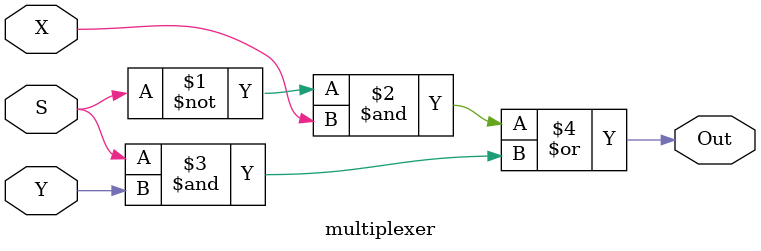
<source format=v>
module multiplexer(X, Y, S, Out);
	input X, Y, S;
	output Out;
	assign Out = (~S&X)|(S&Y);
endmodule

</source>
